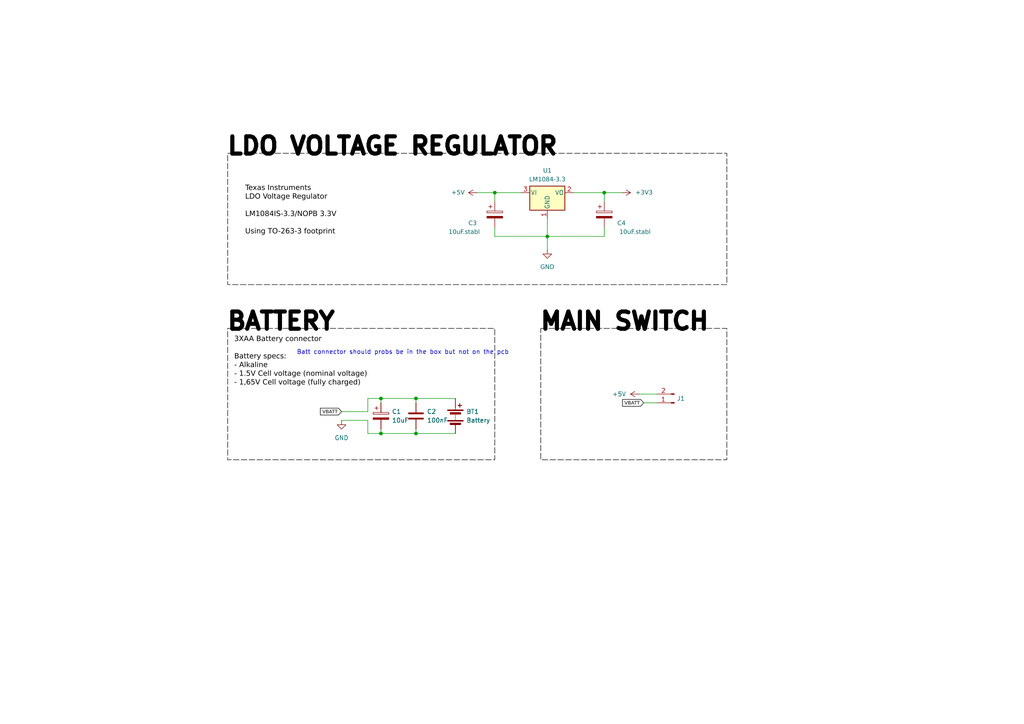
<source format=kicad_sch>
(kicad_sch (version 20231120) (generator "eeschema") (generator_version "8.0")
  (paper "A4")
  (title_block (title "SchrackStopwatch") (date "2024-08-14") (rev "v.1.0.0") (company "SPS NA PROSEKU") (comment 1 "SAVVA POPOV"))
  (lib_symbols
    (symbol "Connector:Conn_01x02_Pin" (pin_names (offset 1.016) hide)
      (property "Reference" "J" (at 0 2.54 0))
      (property "Value" "Conn_01x02_Pin" (at 0 -5.08 0))
      (symbol "Conn_01x02_Pin_1_1"
        (polyline (pts (xy 1.27 -2.54) (xy 0.8636 -2.54)) (stroke (width 0.1524)))
        (polyline (pts (xy 1.27 0) (xy 0.8636 0)) (stroke (width 0.1524)))
        (rectangle (start 0.8636 -2.413) (end 0 -2.667) (stroke (width 0.1524)) (fill (type outline)))
        (rectangle (start 0.8636 0.127) (end 0 -0.127) (stroke (width 0.1524)) (fill (type outline)))
        (pin passive line (at 5.08 0 180) (length 3.81) (name "Pin_1") (number "1"))
        (pin passive line (at 5.08 -2.54 180) (length 3.81) (name "Pin_2") (number "2"))
      )
    )
    (symbol "Device:Battery" (pin_numbers hide) (pin_names (offset 0) hide)
      (property "Reference" "BT" (at 2.54 2.54 0))
      (property "Value" "Battery" (at 2.54 0 0))
      (symbol "Battery_0_1"
        (rectangle (start -2.286 -1.27) (end 2.286 -1.524) (fill (type outline)))
        (rectangle (start -2.286 1.778) (end 2.286 1.524) (fill (type outline)))
        (rectangle (start -1.524 -2.032) (end 1.524 -2.54) (fill (type outline)))
        (rectangle (start -1.524 1.016) (end 1.524 0.508) (fill (type outline)))
        (polyline (pts (xy 0 -1.016) (xy 0 -0.762)))
        (polyline (pts (xy 0 -0.508) (xy 0 -0.254)))
        (polyline (pts (xy 0 0) (xy 0 0.254)))
        (polyline (pts (xy 0 1.778) (xy 0 2.54)))
        (polyline (pts (xy 0.762 3.048) (xy 1.778 3.048)) (stroke (width 0.254)))
        (polyline (pts (xy 1.27 3.556) (xy 1.27 2.54)) (stroke (width 0.254)))
      )
      (symbol "Battery_1_1"
        (pin passive line (at 0 5.08 270) (length 2.54) (name "+") (number "1"))
        (pin passive line (at 0 -5.08 90) (length 2.54) (name "-") (number "2"))
      )
    )
    (symbol "Device:C" (pin_numbers hide) (pin_names (offset 0.254))
      (property "Reference" "C" (at 0.635 2.54 0))
      (property "Value" "C" (at 0.635 -2.54 0))
      (symbol "C_0_1"
        (polyline (pts (xy -2.032 -0.762) (xy 2.032 -0.762)) (stroke (width 0.508)))
        (polyline (pts (xy -2.032 0.762) (xy 2.032 0.762)) (stroke (width 0.508)))
      )
      (symbol "C_1_1"
        (pin passive line (at 0 3.81 270) (length 2.794) (name "~") (number "1"))
        (pin passive line (at 0 -3.81 90) (length 2.794) (name "~") (number "2"))
      )
    )
    (symbol "Device:C_Polarized" (pin_numbers hide) (pin_names (offset 0.254))
      (property "Reference" "C" (at 0.635 2.54 0))
      (property "Value" "C_Polarized" (at 0.635 -2.54 0))
      (symbol "C_Polarized_0_1"
        (rectangle (start -2.286 0.508) (end 2.286 1.016))
        (polyline (pts (xy -1.778 2.286) (xy -0.762 2.286)))
        (polyline (pts (xy -1.27 2.794) (xy -1.27 1.778)))
        (rectangle (start 2.286 -0.508) (end -2.286 -1.016) (fill (type outline)))
      )
      (symbol "C_Polarized_1_1"
        (pin passive line (at 0 3.81 270) (length 2.794) (name "~") (number "1"))
        (pin passive line (at 0 -3.81 90) (length 2.794) (name "~") (number "2"))
      )
    )
    (symbol "Regulator_Linear:LM1084-3.3" (pin_names (offset 0.254))
      (property "Reference" "U" (at -3.81 3.175 0))
      (property "Value" "LM1084-3.3" (at 0 3.175 0))
      (symbol "LM1084-3.3_0_1"
        (rectangle (start -5.08 1.905) (end 5.08 -5.08) (stroke (width 0.254)) (fill (type background)))
      )
      (symbol "LM1084-3.3_1_1"
        (pin power_in line (at 0 -7.62 90) (length 2.54) (name "GND") (number "1"))
        (pin power_out line (at 7.62 0 180) (length 2.54) (name "VO") (number "2"))
        (pin power_in line (at -7.62 0 0) (length 2.54) (name "VI") (number "3"))
      )
    )
    (symbol "power:+3V3" (power) (pin_names (offset 0))
      (property "Value" "+3V3" (at 0 3.556 0))
      (symbol "+3V3_0_1"
        (polyline (pts (xy -0.762 1.27) (xy 0 2.54)))
        (polyline (pts (xy 0 0) (xy 0 2.54)))
        (polyline (pts (xy 0 2.54) (xy 0.762 1.27)))
      )
      (symbol "+3V3_1_1"
        (pin power_in line (at 0 0 90) (length 0) hide (name "+3V3") (number "1"))
      )
    )
    (symbol "power:+5V" (power) (pin_numbers hide) (pin_names (offset 0) hide)
      (property "Value" "+5V" (at 0 3.556 0))
      (symbol "+5V_0_1"
        (polyline (pts (xy -0.762 1.27) (xy 0 2.54)))
        (polyline (pts (xy 0 0) (xy 0 2.54)))
        (polyline (pts (xy 0 2.54) (xy 0.762 1.27)))
      )
      (symbol "+5V_1_1"
        (pin power_in line (at 0 0 90) (length 0) (name "~") (number "1"))
      )
    )
    (symbol "power:GND" (power) (pin_numbers hide) (pin_names (offset 0) hide)
      (property "Value" "GND" (at 0 -3.81 0))
      (symbol "GND_0_1"
        (polyline (pts (xy 0 0) (xy 0 -1.27) (xy 1.27 -1.27) (xy 0 -2.54) (xy -1.27 -1.27) (xy 0 -1.27)))
      )
      (symbol "GND_1_1"
        (pin power_in line (at 0 0 270) (length 0) (name "~") (number "1"))
      )
    )
  )
  (junction (at 158.75 68.58))
  (junction (at 175.26 55.88))
  (junction (at 110.49 125.73))
  (junction (at 143.51 55.88))
  (junction (at 120.65 115.57))
  (junction (at 120.65 125.73))
  (junction (at 110.49 115.57))
  (wire (pts (xy 175.26 55.88) (xy 175.26 58.42)))
  (wire (pts (xy 175.26 68.58) (xy 175.26 66.04)))
  (wire (pts (xy 99.06 119.38) (xy 106.68 119.38)) (stroke (width 0.1524)))
  (wire (pts (xy 158.75 68.58) (xy 158.75 72.39)))
  (wire (pts (xy 110.49 125.73) (xy 120.65 125.73)) (stroke (width 0.1524)))
  (wire (pts (xy 185.42 114.3) (xy 190.5 114.3)))
  (wire (pts (xy 120.65 115.57) (xy 120.65 116.84)))
  (wire (pts (xy 106.68 125.73) (xy 110.49 125.73)) (stroke (width 0.1524)))
  (wire (pts (xy 99.06 121.92) (xy 106.68 121.92)) (stroke (width 0.1524)))
  (wire (pts (xy 143.51 66.04) (xy 143.51 68.58)))
  (wire (pts (xy 106.68 121.92) (xy 106.68 125.73)) (stroke (width 0.1524)))
  (wire (pts (xy 143.51 58.42) (xy 143.51 55.88)))
  (wire (pts (xy 166.37 55.88) (xy 175.26 55.88)))
  (wire (pts (xy 106.68 119.38) (xy 106.68 115.57)) (stroke (width 0.1524)))
  (wire (pts (xy 110.49 115.57) (xy 110.49 116.84)))
  (wire (pts (xy 158.75 63.5) (xy 158.75 68.58)))
  (wire (pts (xy 143.51 68.58) (xy 158.75 68.58)))
  (wire (pts (xy 180.34 55.88) (xy 175.26 55.88)))
  (wire (pts (xy 106.68 115.57) (xy 110.49 115.57)) (stroke (width 0.1524)))
  (wire (pts (xy 158.75 68.58) (xy 175.26 68.58)))
  (wire (pts (xy 120.65 115.57) (xy 132.08 115.57)) (stroke (width 0.1524)))
  (wire (pts (xy 110.49 115.57) (xy 120.65 115.57)) (stroke (width 0.1524)))
  (wire (pts (xy 138.43 55.88) (xy 143.51 55.88)))
  (wire (pts (xy 120.65 124.46) (xy 120.65 125.73)))
  (wire (pts (xy 143.51 55.88) (xy 151.13 55.88)))
  (wire (pts (xy 120.65 125.73) (xy 132.08 125.73)) (stroke (width 0.1524)))
  (wire (pts (xy 110.49 124.46) (xy 110.49 125.73)))
  (wire (pts (xy 186.69 116.84) (xy 190.5 116.84)))
  (rectangle (start 66.04 95.25) (end 143.51 133.35) (stroke (width 0) (type dash) (color 0 0 0 1)))
  (rectangle (start 156.845 95.25) (end 210.82 133.35) (stroke (width 0) (type dash) (color 0 0 0 1)))
  (rectangle (start 66.04 44.45) (end 210.82 82.55) (stroke (width 0) (type dash) (color 0 0 0 1)))
  (text "3XAA Battery connector\n\nBattery specs:\n- Alkaline \n- 1.5V Cell voltage (nominal voltage)\n- 1,65V Cell voltage (fully charged)" (at 67.945 112.395 0) (effects (font (size 1.5 1.5) (italic yes)) (justify left bottom)))
  (text "Texas Instruments \nLDO Voltage Regulator\n\nLM1084IS-3.3/NOPB 3.3V\n\nUsing TO-263-3 footprint" (at 71.12 68.58 0) (effects (font (size 1.5 1.5)) (justify left bottom)))
  (text "BATTERY" (at 65.405 93.345 0) (effects (font (size 5 5) (thickness 1.2) (bold yes)) (justify left)))
  (text "MAIN SWITCH" (at 156.21 93.345 0) (effects (font (size 5 5) (thickness 1.2) (bold yes)) (justify left)))
  (text "LDO VOLTAGE REGULATOR" (at 65.405 42.545 0) (effects (font (size 5 5) (thickness 1.2) (bold yes)) (justify left)))
  (text "Batt connector should probs be in the box but not on the pcb" (at 116.84 102.235 0) (effects (font (size 1.27 1.27))))
  (global_label "VBATT" (shape input) (at 99.06 119.38 180) (effects (font (size 1 1))) (property "Intersheetrefs" "${INTERSHEET_REFS}" (effects (hide yes))))
  (global_label "VBATT" (shape input) (at 186.69 116.84 180) (effects (font (size 1 1))) (property "Intersheetrefs" "${INTERSHEET_REFS}" (effects (hide yes))))
  (symbol (lib_id "power:+5V") (at 138.43 55.88 90) (unit 1)
    (property "Reference" "#PWR02" (effects (hide yes)))
    (property "Value" "+5V" (at 130.81 55.88 90) (effects (justify right)))
  )
  (symbol (lib_id "Device:C_Polarized") (at 175.26 62.23 0) (unit 1)
    (property "Reference" "C4" (at 179.07 64.77 0) (effects (justify left)))
    (property "Value" "10uF.stabl" (at 179.07 67.31 0) (effects (justify left)))
    (property "Footprint" "Capacitor_Tantalum_SMD:CP_EIA-3216-18_Kemet-A_Pad1.58x1.35mm_HandSolder" (effects (hide yes)))
  )
  (symbol (lib_id "power:GND") (at 99.06 121.92 0) (unit 1)
    (property "Reference" "#PWR01" (effects (hide yes)))
    (property "Value" "GND" (at 99.06 127 0))
    (property "Description" "Power symbol creates a global label with name \"GND\" , ground" (effects (hide yes)))
  )
  (symbol (lib_id "Device:C") (at 120.65 120.65 0) (unit 1)
    (property "Reference" "C2" (at 123.825 119.38 0) (effects (justify left)))
    (property "Value" "100nF" (at 123.825 121.92 0) (effects (justify left)))
    (property "Footprint" "Capacitor_SMD:C_0805_2012Metric_Pad1.18x1.45mm_HandSolder" (effects (hide yes)))
    (property "Description" "Unpolarized capacitor" (effects (hide yes)))
  )
  (symbol (lib_id "power:GND") (at 158.75 72.39 0) (unit 1)
    (property "Reference" "#PWR03" (effects (hide yes)))
    (property "Value" "GND" (at 158.75 77.47 0))
  )
  (symbol (lib_id "Device:C_Polarized") (at 143.51 62.23 0) (unit 1)
    (property "Reference" "C3" (at 135.89 64.77 0) (effects (justify left)))
    (property "Value" "10uF.stabl" (at 129.54 67.31 0) (effects (justify left)))
    (property "Footprint" "Capacitor_Tantalum_SMD:CP_EIA-3216-18_Kemet-A_Pad1.58x1.35mm_HandSolder" (effects (hide yes)))
  )
  (symbol (lib_id "Device:C_Polarized") (at 110.49 120.65 0) (unit 1)
    (property "Reference" "C1" (at 113.665 119.38 0) (effects (justify left)))
    (property "Value" "10uF" (at 113.665 121.92 0) (effects (justify left)))
    (property "Footprint" "Capacitor_Tantalum_SMD:CP_EIA-3216-18_Kemet-A_Pad1.58x1.35mm_HandSolder" (effects (hide yes)))
    (property "Description" "Polarized capacitor" (effects (hide yes)))
  )
  (symbol (lib_id "Device:Battery") (at 132.08 120.65 0) (unit 1)
    (property "Reference" "BT1" (at 135.255 119.38 0) (effects (justify left)))
    (property "Value" "Battery" (at 135.255 121.92 0) (effects (justify left)))
    (property "Footprint" "Schrack_brd:SOLDER_PADS" (effects (hide yes)))
    (property "Datasheet" "https://www.gme.cz/v/1506925/sbh-331-1as-drzak-baterie-3xaa" (effects (hide yes)))
    (property "Description" "Multiple-cell battery" (effects (hide yes)))
  )
  (symbol (lib_id "Regulator_Linear:LM1084-3.3") (at 158.75 55.88 0) (unit 1)
    (property "Reference" "U1" (at 158.75 49.53 0))
    (property "Value" "LM1084-3.3" (at 158.75 52.07 0))
    (property "Footprint" "Package_TO_SOT_SMD:TO-263-3_TabPin2" (effects (hide yes)))
    (property "Datasheet" "http://www.ti.com/lit/ds/symlink/lm1084.pdf" (effects (hide yes)))
  )
  (symbol (lib_id "power:+5V") (at 185.42 114.3 90) (unit 1)
    (property "Reference" "#PWR05" (effects (hide yes)))
    (property "Value" "+5V" (at 181.61 114.3001 90) (effects (justify left)))
    (property "Description" "Power symbol creates a global label with name \"+5V\"" (effects (hide yes)))
  )
  (symbol (lib_id "power:+3V3") (at 180.34 55.88 270) (unit 1)
    (property "Reference" "#PWR04" (effects (hide yes)))
    (property "Value" "+3V3" (at 184.15 55.88 90) (effects (justify left)))
  )
  (symbol (lib_id "Connector:Conn_01x02_Pin") (at 195.58 116.84 180) (unit 1)
    (property "Reference" "J1" (at 197.485 115.57 0))
    (property "Value" "Conn_01x02_Pin" (effects (hide yes)))
    (property "Footprint" "Connector_JST:JST_XH_B2B-XH-A_1x02_P2.50mm_Vertical" (effects (hide yes)))
    (property "Description" "Generic connector, single row, 01x02, script generated" (effects (hide yes)))
  )
)
</source>
